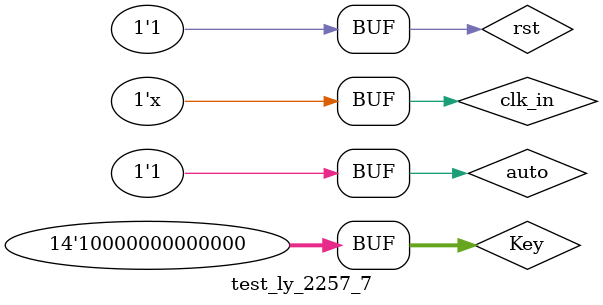
<source format=v>
`timescale 1ns/1ns	//时间单位/时间精度

module test_ly_2257_7();

reg        clk_in;
reg        rst;
reg        auto;
reg  [13:0]Key;

wire      clk_out;
wire      clk_out2;
wire [7:0]codeout;
wire [6:0]low;
wire [6:0]middle;  

ly_2257_7_3 play(
	.clk_in(clk_in),
	.rst(rst),
	.auto(auto),
	.Key(Key),
	.clk_out(clk_out),
	.clk_out2(clk_out2),
	.codeout(codeout),
	.low(low),
	.middle(middle)
);				
				
initial clk_in = 1;
always # 500 clk_in = ~clk_in; //时钟频率1MHZ

initial
begin
	rst  = 0;
	auto = 0;
	Key  = 14'b0;
	#(1000)
	rst  = 1;
	#(10000*1000);
	repeat(3)      //每次按下按键10ms
	begin
		#(10000*1000)
		auto = 1;
		Key  = 14'b000_0000_000_0001;
		#(10000*1000)               
		Key  = 14'b000_0000_000_0010;
		#(10000*1000)
		Key  = 14'b000_0000_000_0100;
		#(10000*1000)
		Key  = 14'b000_0000_000_1000;
		#(10000*1000)
		Key  = 14'b000_0000_001_0000;
		#(10000*1000)
		Key  = 14'b000_0000_010_0000;
		#(10000*1000)
		Key  = 14'b000_0000_100_0000;
		#(10000*1000)
		Key  = 14'b000_0001_000_0000;
		#(10000*1000)
		Key  = 14'b000_0010_000_0000;
		#(10000*1000)
		Key  = 14'b000_0100_000_0000;
		#(10000*1000)
		Key  = 14'b000_1000_000_0000;
		#(10000*1000)
		Key  = 14'b001_0000_000_0000;
		#(10000*1000)
		Key  = 14'b010_0000_000_0000;
		#(10000*1000)
		Key  = 14'b100_0000_000_0000;
	end
end

endmodule

</source>
